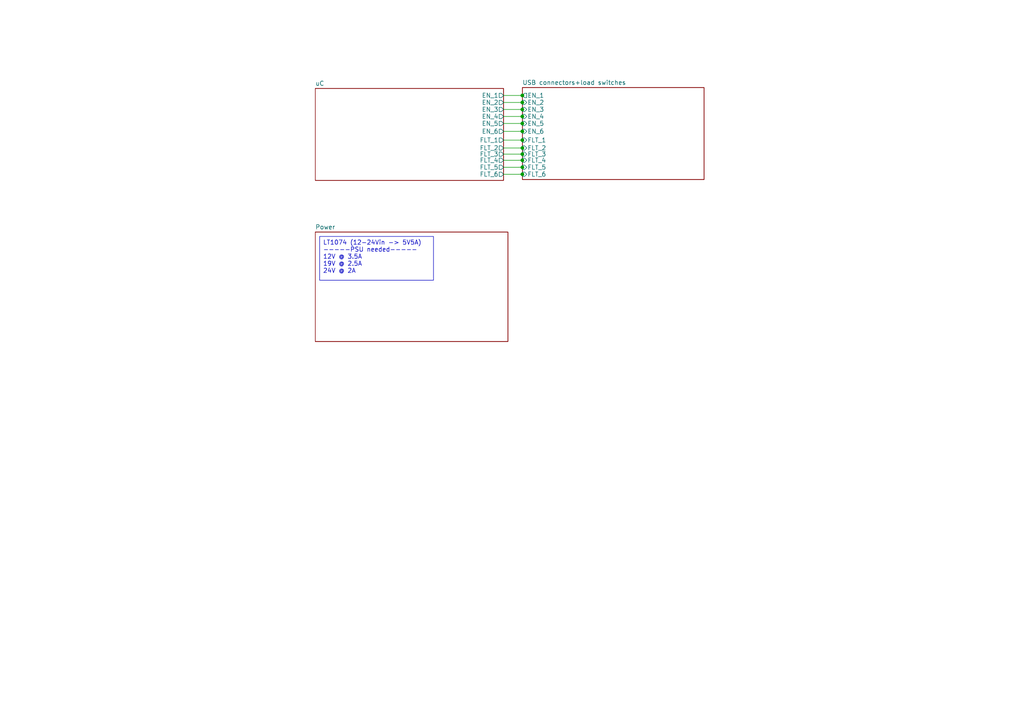
<source format=kicad_sch>
(kicad_sch (version 20230121) (generator eeschema)
  (paper "A4")
  (lib_symbols)
  (junction (at 151.511 35.814))
  (junction (at 151.511 48.514))
  (junction (at 151.511 44.704))
  (junction (at 151.511 31.75))
  (junction (at 151.511 42.926))
  (junction (at 151.511 50.546))
  (junction (at 151.511 27.686))
  (junction (at 151.511 46.482))
  (junction (at 151.511 29.718))
  (junction (at 151.511 40.64))
  (junction (at 151.511 38.1))
  (junction (at 151.511 33.782))
  (wire (pts (xy 146.05 38.1) (xy 151.511 38.1)))
  (wire (pts (xy 146.05 29.718) (xy 151.511 29.718)))
  (wire (pts (xy 151.511 48.514) (xy 151.638 48.514)))
  (wire (pts (xy 146.05 27.686) (xy 151.511 27.686)))
  (wire (pts (xy 146.05 33.782) (xy 151.511 33.782)))
  (wire (pts (xy 151.511 35.814) (xy 151.638 35.814)))
  (wire (pts (xy 151.511 31.75) (xy 151.638 31.75)))
  (wire (pts (xy 151.511 29.718) (xy 151.638 29.718)))
  (wire (pts (xy 151.511 38.1) (xy 151.638 38.1)))
  (wire (pts (xy 151.511 40.64) (xy 151.638 40.64)))
  (wire (pts (xy 151.511 42.926) (xy 151.638 42.926)))
  (wire (pts (xy 146.05 46.482) (xy 151.511 46.482)))
  (wire (pts (xy 146.05 42.926) (xy 151.511 42.926)))
  (wire (pts (xy 146.05 50.546) (xy 151.511 50.546)))
  (wire (pts (xy 151.511 50.546) (xy 151.638 50.546)))
  (wire (pts (xy 151.511 44.704) (xy 151.638 44.704)))
  (wire (pts (xy 151.511 46.482) (xy 151.638 46.482)))
  (wire (pts (xy 146.05 48.514) (xy 151.511 48.514)))
  (wire (pts (xy 151.511 33.782) (xy 151.638 33.782)))
  (wire (pts (xy 146.05 40.64) (xy 151.511 40.64)))
  (wire (pts (xy 146.05 35.814) (xy 151.511 35.814)))
  (wire (pts (xy 146.05 44.704) (xy 151.511 44.704)))
  (wire (pts (xy 151.511 27.686) (xy 151.638 27.686)))
  (wire (pts (xy 146.05 31.75) (xy 151.511 31.75)))
  (text_box "LT1074 (12-24Vin -> 5V5A)\n-----PSU needed-----\n12V @ 3.5A\n19V @ 2.5A \n24V @ 2A\n" (at 92.71 68.58 0) (size 33.02 12.7) (effects (font (size 1.27 1.27)) (justify left top)))
  (sheet (at 151.511 25.4) (size 52.705 26.67) (stroke (width 0.1524))
    (property "Sheetname" "USB connectors+load switches" (at 151.511 24.6884 0) (effects (justify left bottom)))
    (property "Sheetfile" "untitled.kicad_sch" (effects hide))
    (pin "EN_1" output (at 151.511 27.686 180))
    (pin "FLT_1" input (at 151.511 40.64 180))
    (pin "FLT_2" input (at 151.511 42.926 180))
    (pin "EN_2" input (at 151.511 29.718 180))
    (pin "EN_3" input (at 151.511 31.75 180))
    (pin "FLT_3" input (at 151.511 44.704 180))
    (pin "EN_6" input (at 151.511 38.1 180))
    (pin "EN_5" input (at 151.511 35.814 180))
    (pin "EN_4" input (at 151.511 33.782 180))
    (pin "FLT_6" input (at 151.511 50.546 180))
    (pin "FLT_5" input (at 151.511 48.514 180))
    (pin "FLT_4" input (at 151.511 46.482 180))
  )
  (sheet (at 91.44 67.31) (size 55.88 31.75) (stroke (width 0.1524))
    (property "Sheetname" "Power" (at 91.44 66.5984 0) (effects (justify left bottom)))
    (property "Sheetfile" "power.kicad_sch" (effects hide))
  )
  (sheet (at 91.44 25.654) (size 54.61 26.67) (stroke (width 0.1524))
    (property "Sheetname" "uC" (at 91.44 24.9424 0) (effects (justify left bottom)))
    (property "Sheetfile" "uC.kicad_sch" (effects hide))
    (pin "EN_1" output (at 146.05 27.686 0))
    (pin "EN_2" output (at 146.05 29.718 0))
    (pin "EN_3" output (at 146.05 31.75 0))
    (pin "EN_4" output (at 146.05 33.782 0))
    (pin "EN_5" output (at 146.05 35.814 0))
    (pin "EN_6" output (at 146.05 38.1 0))
    (pin "FLT_1" output (at 146.05 40.64 0))
    (pin "FLT_2" output (at 146.05 42.926 0))
    (pin "FLT_3" output (at 146.05 44.704 0))
    (pin "FLT_6" output (at 146.05 50.546 0))
    (pin "FLT_5" output (at 146.05 48.514 0))
    (pin "FLT_4" output (at 146.05 46.482 0))
  )
)
</source>
